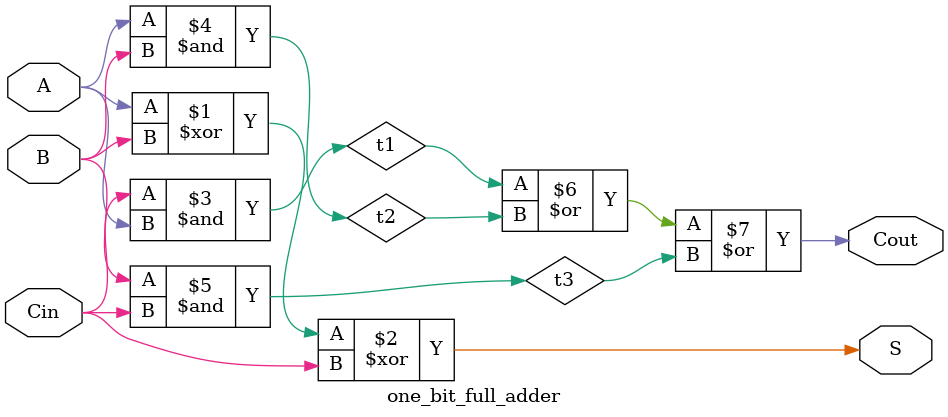
<source format=v>
module one_bit_full_adder (
    Cout, S,
    Cin, A, B
);

    input A, B, Cin;
    output S, Cout;
    wire t1, t2, t3;

    xor(S, A, B, Cin);      // S
    and(t1, Cin, A);
    and(t2, A, B);
    and(t3, B, Cin);
    or(Cout, t1, t2, t3);  // Cout

endmodule
</source>
